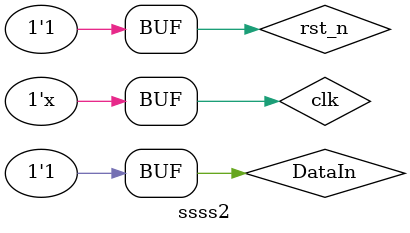
<source format=v>
`timescale 1ns / 1ps

`timescale 1ns / 1ps
module ssss2();
parameter CLKPERIOD=100000000/115200;
    
 reg clk,rst_n,DataIn;
// reg[18:0] number;
  wire[3:0] red;
  wire[3:0] green;
  wire[3:0] blue;
//reg[18:0]   rd_addr;
//wire [11:0] rd_data;
wire hs; // VGAÐÐÍ¬²½ÐÅºÅ
 wire vs; // VGA³¡Í¬²½ÐÅºÅ
 wire active;
 point ut(DataIn,clk,rst_n,red,green,blue,hs,vs,active);
    //³õÊ¼»¯
    initial begin
    clk = 0;
    rst_n =0;
    DataIn = 1'b1;
//    number = 19'd2;
//    rd_addr<=1'b1;
    end
    //Éú³ÉÊ±ÖÓ¼¤Àø
    always #1
     clk = ~clk;
    
    //¸´Î»Ê¹ÄÜ
    initial begin
    #(CLKPERIOD) rst_n = 1;
    end
    //Ä£Äâ·¢ËÍÊý¾Ý
    initial begin
     #(CLKPERIOD*4) DataIn = 0;//3
      #(CLKPERIOD) DataIn = 1;
      #(CLKPERIOD) DataIn = 1;
      #(CLKPERIOD) DataIn = 0;
      #(CLKPERIOD) DataIn = 0;
      #(CLKPERIOD) DataIn = 1;
      #(CLKPERIOD) DataIn = 1;
      #(CLKPERIOD) DataIn = 0;
      #(CLKPERIOD) DataIn = 0;
       #(CLKPERIOD) DataIn = 1;
       
      #(CLKPERIOD*4) DataIn = 0;//2
      #(CLKPERIOD) DataIn = 0;
      #(CLKPERIOD) DataIn = 1;
      #(CLKPERIOD) DataIn = 0;
      #(CLKPERIOD) DataIn = 0;
      #(CLKPERIOD) DataIn = 1;
      #(CLKPERIOD) DataIn = 1;
      #(CLKPERIOD) DataIn = 0;
      #(CLKPERIOD) DataIn = 0;
       #(CLKPERIOD) DataIn = 1;
       
       #(CLKPERIOD*4) DataIn = 0;//0
      #(CLKPERIOD) DataIn = 0;
      #(CLKPERIOD) DataIn = 0;
      #(CLKPERIOD) DataIn = 0;
      #(CLKPERIOD) DataIn = 0;
      #(CLKPERIOD) DataIn = 1;
      #(CLKPERIOD) DataIn = 1;
      #(CLKPERIOD) DataIn = 0;
      #(CLKPERIOD) DataIn = 0;
       #(CLKPERIOD) DataIn = 1;
       //
       //
       //
       #(CLKPERIOD*4) DataIn = 0;//,
      #(CLKPERIOD) DataIn = 0;
      #(CLKPERIOD) DataIn = 0;
      #(CLKPERIOD) DataIn = 1;
      #(CLKPERIOD) DataIn = 1;
      #(CLKPERIOD) DataIn = 0;
      #(CLKPERIOD) DataIn = 1;
      #(CLKPERIOD) DataIn = 0;
      #(CLKPERIOD) DataIn = 0;
       #(CLKPERIOD) DataIn = 1;
       
      #(CLKPERIOD*4) DataIn = 0;//2
      #(CLKPERIOD) DataIn =0 ;
      #(CLKPERIOD) DataIn = 1;
      #(CLKPERIOD) DataIn = 0;
      #(CLKPERIOD) DataIn = 0;
      #(CLKPERIOD) DataIn = 1;
      #(CLKPERIOD) DataIn = 1;
      #(CLKPERIOD) DataIn = 0;
      #(CLKPERIOD) DataIn = 0;
       #(CLKPERIOD) DataIn = 1;
       
       #(CLKPERIOD*4) DataIn = 0;//4
      #(CLKPERIOD) DataIn = 0;
      #(CLKPERIOD) DataIn = 0;
      #(CLKPERIOD) DataIn = 1;
      #(CLKPERIOD) DataIn = 0;
      #(CLKPERIOD) DataIn = 1;
      #(CLKPERIOD) DataIn = 1;
      #(CLKPERIOD) DataIn = 0;
      #(CLKPERIOD) DataIn = 0;
       #(CLKPERIOD) DataIn = 1;
       //
       //
       //
       #(CLKPERIOD*4) DataIn = 0;//1
      #(CLKPERIOD) DataIn = 0;
      #(CLKPERIOD) DataIn = 0;
      #(CLKPERIOD) DataIn = 0;
      #(CLKPERIOD) DataIn = 0;
      #(CLKPERIOD) DataIn = 1;
      #(CLKPERIOD) DataIn = 1;
      #(CLKPERIOD) DataIn = 0;
      #(CLKPERIOD) DataIn = 0;
       #(CLKPERIOD) DataIn = 1;
       
        #(CLKPERIOD*4) DataIn = 0;//,
            #(CLKPERIOD) DataIn = 0;
            #(CLKPERIOD) DataIn = 0;
            #(CLKPERIOD) DataIn = 1;
            #(CLKPERIOD) DataIn = 1;
            #(CLKPERIOD) DataIn = 0;
            #(CLKPERIOD) DataIn = 1;
            #(CLKPERIOD) DataIn = 0;
            #(CLKPERIOD) DataIn = 0;
             #(CLKPERIOD) DataIn = 1;
       
       
    end
endmodule

</source>
